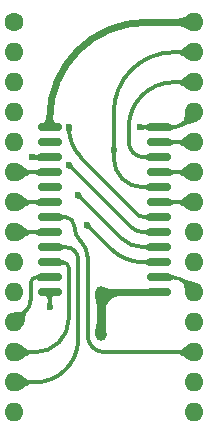
<source format=gbr>
%TF.GenerationSoftware,KiCad,Pcbnew,8.0.8*%
%TF.CreationDate,2025-03-10T01:42:14+01:00*%
%TF.ProjectId,C64-PLA,4336342d-504c-4412-9e6b-696361645f70,rev?*%
%TF.SameCoordinates,Original*%
%TF.FileFunction,Copper,L2,Bot*%
%TF.FilePolarity,Positive*%
%FSLAX46Y46*%
G04 Gerber Fmt 4.6, Leading zero omitted, Abs format (unit mm)*
G04 Created by KiCad (PCBNEW 8.0.8) date 2025-03-10 01:42:14*
%MOMM*%
%LPD*%
G01*
G04 APERTURE LIST*
G04 Aperture macros list*
%AMRoundRect*
0 Rectangle with rounded corners*
0 $1 Rounding radius*
0 $2 $3 $4 $5 $6 $7 $8 $9 X,Y pos of 4 corners*
0 Add a 4 corners polygon primitive as box body*
4,1,4,$2,$3,$4,$5,$6,$7,$8,$9,$2,$3,0*
0 Add four circle primitives for the rounded corners*
1,1,$1+$1,$2,$3*
1,1,$1+$1,$4,$5*
1,1,$1+$1,$6,$7*
1,1,$1+$1,$8,$9*
0 Add four rect primitives between the rounded corners*
20,1,$1+$1,$2,$3,$4,$5,0*
20,1,$1+$1,$4,$5,$6,$7,0*
20,1,$1+$1,$6,$7,$8,$9,0*
20,1,$1+$1,$8,$9,$2,$3,0*%
G04 Aperture macros list end*
%TA.AperFunction,ComponentPad*%
%ADD10C,1.600000*%
%TD*%
%TA.AperFunction,ComponentPad*%
%ADD11O,1.600000X1.600000*%
%TD*%
%TA.AperFunction,SMDPad,CuDef*%
%ADD12RoundRect,0.150000X0.875000X0.150000X-0.875000X0.150000X-0.875000X-0.150000X0.875000X-0.150000X0*%
%TD*%
%TA.AperFunction,ViaPad*%
%ADD13C,0.600000*%
%TD*%
%TA.AperFunction,ViaPad*%
%ADD14C,1.000000*%
%TD*%
%TA.AperFunction,Conductor*%
%ADD15C,0.300000*%
%TD*%
%TA.AperFunction,Conductor*%
%ADD16C,0.600000*%
%TD*%
%TA.AperFunction,Conductor*%
%ADD17C,0.800000*%
%TD*%
G04 APERTURE END LIST*
D10*
%TO.P,U3,1,FE/NC*%
%TO.N,/FE*%
X99055000Y-46672500D03*
D11*
%TO.P,U3,2,I7/A13*%
%TO.N,/A13*%
X99055000Y-49212500D03*
%TO.P,U3,3,I6/A14*%
%TO.N,/A14*%
X99055000Y-51752500D03*
%TO.P,U3,4,I5/A15*%
%TO.N,/A15*%
X99055000Y-54292500D03*
%TO.P,U3,5,I4/~{VA14}*%
%TO.N,/~{VA14}*%
X99055000Y-56832500D03*
%TO.P,U3,6,I3/~{CHAREN}*%
%TO.N,/~{CHAREN}*%
X99055000Y-59372500D03*
%TO.P,U3,7,I2/~{IRAM}*%
%TO.N,/~{IRAM}*%
X99055000Y-61912500D03*
%TO.P,U3,8,I1/~{LORAM}*%
%TO.N,/~{LORAM}*%
X99055000Y-64452500D03*
%TO.P,U3,9,I0/~{CAS}*%
%TO.N,/~{CAS}*%
X99055000Y-66992500D03*
%TO.P,U3,10,F7/~{ROMH}*%
%TO.N,/~{ROMH}*%
X99055000Y-69532500D03*
%TO.P,U3,11,F6/~{ROML}*%
%TO.N,/~{ROML}*%
X99055000Y-72072500D03*
%TO.P,U3,12,F5/~{I/O}*%
%TO.N,/~{I{slash}O}*%
X99055000Y-74612500D03*
%TO.P,U3,13,F4/GR/~{W}*%
%TO.N,/GR{slash}~{W}*%
X99055000Y-77152500D03*
%TO.P,U3,14,VSS*%
%TO.N,GND*%
X99055000Y-79692500D03*
%TO.P,U3,15,F3/~{CHAROM}*%
%TO.N,/~{CHAROM}*%
X114295000Y-79692500D03*
%TO.P,U3,16,F2/~{KERNAL}*%
%TO.N,/~{KERNAL}*%
X114295000Y-77152500D03*
%TO.P,U3,17,F1/~{BASIC}*%
%TO.N,/~{BASIC}*%
X114295000Y-74612500D03*
%TO.P,U3,18,F0/~{CASRAM}*%
%TO.N,/~{CASRAM}*%
X114295000Y-72072500D03*
%TO.P,U3,19,~{OE}*%
%TO.N,/~{OE}*%
X114295000Y-69532500D03*
%TO.P,U3,20,I15/VA12*%
%TO.N,/VA12*%
X114295000Y-66992500D03*
%TO.P,U3,21,I14/VA13*%
%TO.N,/VA13*%
X114295000Y-64452500D03*
%TO.P,U3,22,I13/~{GAME}*%
%TO.N,/~{GAME}*%
X114295000Y-61912500D03*
%TO.P,U3,23,I12/~{EXROM}*%
%TO.N,/~{EXROM}*%
X114295000Y-59372500D03*
%TO.P,U3,24,I11/R/~{W}*%
%TO.N,/R{slash}~{W}*%
X114295000Y-56832500D03*
%TO.P,U3,25,I10/~{AEC}*%
%TO.N,/~{AEC}*%
X114295000Y-54292500D03*
%TO.P,U3,26,I9/BA*%
%TO.N,/BA*%
X114295000Y-51752500D03*
%TO.P,U3,27,I8/A12*%
%TO.N,/A12*%
X114295000Y-49212500D03*
%TO.P,U3,28,VCC*%
%TO.N,VCC*%
X114295000Y-46672500D03*
%TD*%
D12*
%TO.P,U2,1,I0/CLK*%
%TO.N,/~{AEC}*%
X111330000Y-55562500D03*
%TO.P,U2,2,I1*%
%TO.N,/R{slash}~{W}*%
X111330000Y-56832500D03*
%TO.P,U2,3,I2*%
%TO.N,/BA*%
X111330000Y-58102500D03*
%TO.P,U2,4,I3/PD*%
%TO.N,/~{EXROM}*%
X111330000Y-59372500D03*
%TO.P,U2,5,I4*%
%TO.N,/A12*%
X111330000Y-60642500D03*
%TO.P,U2,6,I5*%
%TO.N,/~{GAME}*%
X111330000Y-61912500D03*
%TO.P,U2,7,I6*%
%TO.N,/A15*%
X111330000Y-63182500D03*
%TO.P,U2,8,I7*%
%TO.N,/A14*%
X111330000Y-64452500D03*
%TO.P,U2,9,I8*%
%TO.N,/A13*%
X111330000Y-65722500D03*
%TO.P,U2,10,I9*%
%TO.N,/FE*%
X111330000Y-66992500D03*
%TO.P,U2,11,I10*%
%TO.N,/~{OE}*%
X111330000Y-68262500D03*
%TO.P,U2,12,GND*%
%TO.N,GND*%
X111330000Y-69532500D03*
%TO.P,U2,13,I11*%
%TO.N,/~{CAS}*%
X102030000Y-69532500D03*
%TO.P,U2,14,I/O12*%
%TO.N,/~{ROML}*%
X102030000Y-68262500D03*
%TO.P,U2,15,I/O13*%
%TO.N,/~{I{slash}O}*%
X102030000Y-66992500D03*
%TO.P,U2,16,I/O14*%
%TO.N,/GR{slash}~{W}*%
X102030000Y-65722500D03*
%TO.P,U2,17,I/O15*%
%TO.N,/~{LORAM}*%
X102030000Y-64452500D03*
%TO.P,U2,18,I/O16*%
%TO.N,/~{BASIC}*%
X102030000Y-63182500D03*
%TO.P,U2,19,I/O17*%
%TO.N,/~{IRAM}*%
X102030000Y-61912500D03*
%TO.P,U2,20,I/O18*%
%TO.N,/TIO1*%
X102030000Y-60642500D03*
%TO.P,U2,21,I/O19*%
%TO.N,/~{CHAREN}*%
X102030000Y-59372500D03*
%TO.P,U2,22,I/O20*%
%TO.N,/TCR*%
X102030000Y-58102500D03*
%TO.P,U2,23,I/O21*%
%TO.N,/TIO2*%
X102030000Y-56832500D03*
%TO.P,U2,24,VCC*%
%TO.N,VCC*%
X102030000Y-55562500D03*
%TD*%
D13*
%TO.N,/~{CAS}*%
X102030000Y-70802500D03*
%TO.N,/FE*%
X105181750Y-63817500D03*
%TO.N,/~{AEC}*%
X109690250Y-55562500D03*
%TO.N,/A15*%
X103657750Y-55562500D03*
%TO.N,/A12*%
X107467750Y-57467500D03*
D14*
%TO.N,GND*%
X106356500Y-73183750D03*
X106356500Y-69532500D03*
D13*
%TO.N,/A14*%
X103657750Y-58737500D03*
%TO.N,/A13*%
X104419750Y-61277500D03*
%TO.N,/TCR*%
X100578000Y-58102500D03*
%TD*%
D15*
%TO.N,/GR{slash}~{W}*%
X100800500Y-77152500D02*
X99055000Y-77152500D01*
X102030000Y-65722500D02*
X103419264Y-65722500D01*
X104451500Y-66754736D02*
X104451500Y-73501500D01*
X104451500Y-73501500D02*
G75*
G02*
X100800500Y-77152500I-3651000J0D01*
G01*
X103419264Y-65722500D02*
G75*
G02*
X104451500Y-66754736I36J-1032200D01*
G01*
%TO.N,/~{CAS}*%
X102030000Y-69532500D02*
X102030000Y-70802500D01*
%TO.N,/FE*%
X111330000Y-66992500D02*
X109977927Y-66992500D01*
X107210405Y-65846155D02*
X105181750Y-63817500D01*
X107210405Y-65846155D02*
G75*
G03*
X109977927Y-66992471I2767495J2767555D01*
G01*
%TO.N,/R{slash}~{W}*%
X111330000Y-56832500D02*
X114295000Y-56832500D01*
%TO.N,/~{AEC}*%
X109690250Y-55562500D02*
X111330000Y-55562500D01*
X113396975Y-55190525D02*
X114295000Y-54292500D01*
X111330000Y-55562500D02*
X112498949Y-55562500D01*
X113396975Y-55190525D02*
G75*
G02*
X112498949Y-55562534I-898075J898025D01*
G01*
%TO.N,/A15*%
X109623178Y-63036053D02*
X104724107Y-58136982D01*
X111330000Y-63182500D02*
X109976732Y-63182500D01*
X104724107Y-58136982D02*
G75*
G02*
X103657766Y-55562500I2574393J2574382D01*
G01*
X109976732Y-63182500D02*
G75*
G02*
X109623162Y-63036069I-32J500000D01*
G01*
%TO.N,/A12*%
X112547750Y-49212500D02*
X114295000Y-49212500D01*
X107467750Y-57467500D02*
X107467750Y-58203539D01*
X109906711Y-60642500D02*
X111330000Y-60642500D01*
X107467750Y-57467500D02*
X107467750Y-54292500D01*
X108182077Y-59928077D02*
X108182174Y-59928174D01*
X107467750Y-54292500D02*
G75*
G02*
X112547750Y-49212450I5080050J0D01*
G01*
X107467750Y-58203539D02*
G75*
G03*
X108182100Y-59928054I2438850J39D01*
G01*
X108182174Y-59928174D02*
G75*
G03*
X109906711Y-60642482I1724526J1724574D01*
G01*
D16*
%TO.N,GND*%
X106356500Y-69532500D02*
X111330000Y-69532500D01*
D17*
X106356500Y-73183750D02*
X106356500Y-69532500D01*
D16*
X106456250Y-71120000D02*
G75*
G02*
X108043750Y-69532550I1587450J0D01*
G01*
D15*
%TO.N,/~{OE}*%
X111330000Y-68262500D02*
X112498949Y-68262500D01*
X113396975Y-68634475D02*
X114295000Y-69532500D01*
X113396975Y-68634475D02*
G75*
G03*
X112498949Y-68262466I-898075J-898025D01*
G01*
%TO.N,/BA*%
X108737750Y-56833412D02*
X108737750Y-55562500D01*
X111330000Y-58102500D02*
X110006838Y-58102500D01*
X112547750Y-51752500D02*
X114295000Y-51752500D01*
X112547750Y-51752500D02*
G75*
G03*
X108737700Y-55562500I-50J-3810000D01*
G01*
X110006838Y-58102500D02*
G75*
G02*
X108737700Y-56833412I-38J1269100D01*
G01*
%TO.N,/A14*%
X109990950Y-64452500D02*
X111330000Y-64452500D01*
X103657750Y-58737500D02*
X103657750Y-58742405D01*
X103657750Y-58742405D02*
X108927243Y-64011898D01*
X109990950Y-64452500D02*
G75*
G02*
X108927270Y-64011871I50J1504300D01*
G01*
%TO.N,/~{IRAM}*%
X102030000Y-61912500D02*
X99055000Y-61912500D01*
%TO.N,/A13*%
X110009216Y-65722500D02*
X111330000Y-65722500D01*
X104419750Y-61277500D02*
X108055490Y-64913240D01*
X108055490Y-64913240D02*
G75*
G03*
X110009216Y-65722484I1953710J1953740D01*
G01*
%TO.N,/~{CHAREN}*%
X102030000Y-59372500D02*
X99055000Y-59372500D01*
%TO.N,/~{BASIC}*%
X103380913Y-63182500D02*
X102030000Y-63182500D01*
X104689690Y-65246315D02*
X104667906Y-65224531D01*
X114295000Y-74612500D02*
X106673250Y-74612500D01*
X105245250Y-73184500D02*
X105245250Y-66587556D01*
X104134000Y-63935587D02*
G75*
G03*
X103380913Y-63182500I-753100J-13D01*
G01*
X104134000Y-63935587D02*
G75*
G03*
X104667884Y-65224553I1822900J-13D01*
G01*
X105245250Y-66587556D02*
G75*
G03*
X104689657Y-65246348I-1896750J-44D01*
G01*
X106673250Y-74612500D02*
G75*
G02*
X105245300Y-73184500I50J1428000D01*
G01*
%TO.N,/~{ROML}*%
X100425600Y-68762500D02*
X100425600Y-70175849D01*
X102030000Y-68262500D02*
X100925600Y-68262500D01*
X100053625Y-71073875D02*
X99055000Y-72072500D01*
X100925600Y-68262500D02*
G75*
G03*
X100425600Y-68762500I0J-500000D01*
G01*
X100053625Y-71073875D02*
G75*
G03*
X100425634Y-70175849I-898025J898075D01*
G01*
%TO.N,/~{EXROM}*%
X111330000Y-59372500D02*
X114295000Y-59372500D01*
%TO.N,/~{LORAM}*%
X99055000Y-64452500D02*
X102030000Y-64452500D01*
%TO.N,/~{I{slash}O}*%
X102030000Y-66992500D02*
X103157750Y-66992500D01*
X100800750Y-74612500D02*
X99055000Y-74612500D01*
X103657750Y-67492500D02*
X103657750Y-71755500D01*
X100800750Y-74612500D02*
G75*
G03*
X103657700Y-71755500I-50J2857000D01*
G01*
X103657750Y-67492500D02*
G75*
G03*
X103157750Y-66992450I-500050J0D01*
G01*
%TO.N,/~{GAME}*%
X111330000Y-61912500D02*
X114295000Y-61912500D01*
%TO.N,/TCR*%
X102030000Y-58102500D02*
X100578000Y-58102500D01*
D16*
%TO.N,VCC*%
X110220399Y-46672500D02*
X114295000Y-46672500D01*
X102030000Y-55562500D02*
X102030000Y-55562500D01*
X102030000Y-54862899D02*
G75*
G03*
X102729600Y-55562500I699600J-1D01*
G01*
X102030000Y-54862899D02*
G75*
G02*
X101330400Y-55562500I-699600J-1D01*
G01*
X102030000Y-54862899D02*
G75*
G02*
X110220399Y-46672500I8190400J-1D01*
G01*
%TD*%
%TA.AperFunction,Conductor*%
%TO.N,/TCR*%
G36*
X101102640Y-57815477D02*
G01*
X101308480Y-57879117D01*
X101994845Y-58091322D01*
X102001737Y-58097040D01*
X102002567Y-58105956D01*
X101996849Y-58112848D01*
X101994845Y-58113678D01*
X101102643Y-58389521D01*
X101093727Y-58388691D01*
X101093087Y-58388327D01*
X101058327Y-58367092D01*
X101019081Y-58345367D01*
X101019065Y-58345358D01*
X100979854Y-58325899D01*
X100979798Y-58325873D01*
X100940556Y-58308648D01*
X100901295Y-58293665D01*
X100862047Y-58280934D01*
X100822797Y-58270453D01*
X100822774Y-58270448D01*
X100783506Y-58262213D01*
X100744261Y-58256233D01*
X100744236Y-58256230D01*
X100715592Y-58253506D01*
X100707681Y-58249312D01*
X100705000Y-58241859D01*
X100705000Y-57963139D01*
X100708427Y-57954866D01*
X100715591Y-57951492D01*
X100728594Y-57950255D01*
X100744223Y-57948770D01*
X100744240Y-57948767D01*
X100744259Y-57948766D01*
X100783519Y-57942783D01*
X100822779Y-57934550D01*
X100862038Y-57924067D01*
X100901298Y-57911334D01*
X100940558Y-57896350D01*
X100979817Y-57879117D01*
X100979842Y-57879104D01*
X100979854Y-57879099D01*
X101019065Y-57859640D01*
X101019065Y-57859639D01*
X101019077Y-57859634D01*
X101058337Y-57837901D01*
X101093089Y-57816671D01*
X101101934Y-57815283D01*
X101102640Y-57815477D01*
G37*
%TD.AperFunction*%
%TD*%
%TA.AperFunction,Conductor*%
%TO.N,/FE*%
G36*
X105456971Y-63707196D02*
G01*
X105463283Y-63713548D01*
X105463313Y-63713622D01*
X105484487Y-63766215D01*
X105484553Y-63766381D01*
X105505072Y-63819675D01*
X105505078Y-63819691D01*
X105522415Y-63864911D01*
X105538407Y-63904115D01*
X105538425Y-63904157D01*
X105554981Y-63939575D01*
X105554984Y-63939580D01*
X105573992Y-63973394D01*
X105573995Y-63973399D01*
X105573996Y-63973400D01*
X105597329Y-64007755D01*
X105626866Y-64044811D01*
X105664489Y-64086736D01*
X105704040Y-64127426D01*
X105707349Y-64135747D01*
X105703923Y-64143854D01*
X105508104Y-64339673D01*
X105499831Y-64343100D01*
X105491676Y-64339790D01*
X105491556Y-64339673D01*
X105450986Y-64300239D01*
X105409061Y-64262616D01*
X105409057Y-64262613D01*
X105409054Y-64262610D01*
X105396414Y-64252535D01*
X105372005Y-64233079D01*
X105337650Y-64209746D01*
X105337649Y-64209745D01*
X105337644Y-64209742D01*
X105303830Y-64190734D01*
X105303825Y-64190731D01*
X105268407Y-64174175D01*
X105268365Y-64174157D01*
X105229161Y-64158165D01*
X105229152Y-64158161D01*
X105229136Y-64158155D01*
X105183925Y-64140822D01*
X105130631Y-64120303D01*
X105130465Y-64120237D01*
X105077872Y-64099063D01*
X105071478Y-64092795D01*
X105071389Y-64083840D01*
X105179186Y-63821314D01*
X105185496Y-63814964D01*
X105448018Y-63707169D01*
X105456971Y-63707196D01*
G37*
%TD.AperFunction*%
%TD*%
%TA.AperFunction,Conductor*%
%TO.N,/~{OE}*%
G36*
X113242093Y-68319120D02*
G01*
X113409080Y-68400074D01*
X113558043Y-68463782D01*
X113685926Y-68510417D01*
X113799994Y-68545152D01*
X113907513Y-68573161D01*
X114015674Y-68599599D01*
X114015771Y-68599623D01*
X114131799Y-68629652D01*
X114132115Y-68629739D01*
X114263205Y-68668503D01*
X114263671Y-68668652D01*
X114417156Y-68721327D01*
X114417610Y-68721493D01*
X114540156Y-68769502D01*
X114590054Y-68789050D01*
X114596507Y-68795259D01*
X114596680Y-68804212D01*
X114596601Y-68804408D01*
X114297744Y-69528460D01*
X114291420Y-69534800D01*
X114291396Y-69534810D01*
X113567497Y-69833854D01*
X113558542Y-69833845D01*
X113552216Y-69827507D01*
X113551937Y-69826759D01*
X113497113Y-69662126D01*
X113496711Y-69660565D01*
X113467026Y-69500217D01*
X113466861Y-69498931D01*
X113456245Y-69352130D01*
X113456216Y-69351430D01*
X113454970Y-69216453D01*
X113453336Y-69092078D01*
X113441493Y-68977138D01*
X113409619Y-68870118D01*
X113347889Y-68769502D01*
X113296944Y-68721410D01*
X113246483Y-68673775D01*
X113125322Y-68599623D01*
X113104799Y-68587062D01*
X113099533Y-68579822D01*
X113100483Y-68571772D01*
X113114046Y-68545155D01*
X113226567Y-68324335D01*
X113233376Y-68318522D01*
X113242093Y-68319120D01*
G37*
%TD.AperFunction*%
%TD*%
%TA.AperFunction,Conductor*%
%TO.N,/~{AEC}*%
G36*
X110402640Y-55275477D02*
G01*
X110608480Y-55339117D01*
X111294845Y-55551322D01*
X111301737Y-55557040D01*
X111302567Y-55565956D01*
X111296849Y-55572848D01*
X111294845Y-55573678D01*
X110402643Y-55849521D01*
X110393727Y-55848691D01*
X110393087Y-55848327D01*
X110358327Y-55827092D01*
X110319081Y-55805367D01*
X110319065Y-55805358D01*
X110279854Y-55785899D01*
X110279798Y-55785873D01*
X110240556Y-55768648D01*
X110201295Y-55753665D01*
X110162047Y-55740934D01*
X110122797Y-55730453D01*
X110122774Y-55730448D01*
X110083506Y-55722213D01*
X110044261Y-55716233D01*
X110044236Y-55716230D01*
X110015592Y-55713506D01*
X110007681Y-55709312D01*
X110005000Y-55701859D01*
X110005000Y-55423139D01*
X110008427Y-55414866D01*
X110015591Y-55411492D01*
X110028594Y-55410255D01*
X110044223Y-55408770D01*
X110044240Y-55408767D01*
X110044259Y-55408766D01*
X110083519Y-55402783D01*
X110122779Y-55394550D01*
X110162038Y-55384067D01*
X110201298Y-55371334D01*
X110240558Y-55356350D01*
X110279817Y-55339117D01*
X110279842Y-55339104D01*
X110279854Y-55339099D01*
X110319065Y-55319640D01*
X110319065Y-55319639D01*
X110319077Y-55319634D01*
X110358337Y-55297901D01*
X110393089Y-55276671D01*
X110401934Y-55275283D01*
X110402640Y-55275477D01*
G37*
%TD.AperFunction*%
%TD*%
%TA.AperFunction,Conductor*%
%TO.N,/R{slash}~{W}*%
G36*
X112266272Y-56546308D02*
G01*
X112266899Y-56546665D01*
X112301662Y-56567901D01*
X112301670Y-56567905D01*
X112301671Y-56567906D01*
X112340917Y-56589631D01*
X112340933Y-56589640D01*
X112380144Y-56609099D01*
X112380170Y-56609111D01*
X112380182Y-56609117D01*
X112419441Y-56626350D01*
X112458701Y-56641334D01*
X112487856Y-56650789D01*
X112497951Y-56654064D01*
X112497955Y-56654065D01*
X112497961Y-56654067D01*
X112537220Y-56664550D01*
X112576480Y-56672783D01*
X112576489Y-56672784D01*
X112576492Y-56672785D01*
X112615720Y-56678763D01*
X112615740Y-56678766D01*
X112615754Y-56678767D01*
X112615775Y-56678770D01*
X112632116Y-56680323D01*
X112644408Y-56681492D01*
X112652319Y-56685686D01*
X112655000Y-56693139D01*
X112655000Y-56971860D01*
X112651573Y-56980133D01*
X112644407Y-56983507D01*
X112615764Y-56986229D01*
X112615737Y-56986233D01*
X112576492Y-56992213D01*
X112537224Y-57000448D01*
X112537201Y-57000453D01*
X112497951Y-57010934D01*
X112458703Y-57023665D01*
X112419442Y-57038648D01*
X112380200Y-57055873D01*
X112380144Y-57055899D01*
X112340933Y-57075358D01*
X112340917Y-57075367D01*
X112301660Y-57097098D01*
X112266910Y-57118327D01*
X112258064Y-57119716D01*
X112257355Y-57119521D01*
X111720125Y-56953425D01*
X111365153Y-56843677D01*
X111358262Y-56837960D01*
X111357432Y-56829044D01*
X111363150Y-56822152D01*
X111365152Y-56821322D01*
X112257356Y-56545478D01*
X112266272Y-56546308D01*
G37*
%TD.AperFunction*%
%TD*%
%TA.AperFunction,Conductor*%
%TO.N,/R{slash}~{W}*%
G36*
X113993336Y-56104215D02*
G01*
X113993542Y-56104681D01*
X114294134Y-56828010D01*
X114294144Y-56836963D01*
X114294135Y-56836985D01*
X114294134Y-56836990D01*
X113993542Y-57560318D01*
X113987203Y-57566643D01*
X113978248Y-57566632D01*
X113977782Y-57566426D01*
X113812726Y-57489237D01*
X113811776Y-57488739D01*
X113670753Y-57406115D01*
X113669959Y-57405605D01*
X113554357Y-57324566D01*
X113553882Y-57324215D01*
X113454437Y-57246729D01*
X113362218Y-57175044D01*
X113317250Y-57144604D01*
X113268378Y-57111522D01*
X113268375Y-57111520D01*
X113268373Y-57111519D01*
X113163824Y-57058333D01*
X113039473Y-57017652D01*
X113039465Y-57017650D01*
X112886229Y-56991650D01*
X112706141Y-56983033D01*
X112698041Y-56979214D01*
X112695000Y-56971346D01*
X112695000Y-56693653D01*
X112698427Y-56685380D01*
X112706138Y-56681966D01*
X112886227Y-56673349D01*
X113039472Y-56647347D01*
X113163826Y-56606665D01*
X113268378Y-56553477D01*
X113362216Y-56489955D01*
X113454432Y-56418273D01*
X113553906Y-56340763D01*
X113554331Y-56340449D01*
X113669972Y-56259383D01*
X113670746Y-56258886D01*
X113811784Y-56176255D01*
X113812710Y-56175769D01*
X113977782Y-56098572D01*
X113986728Y-56098172D01*
X113993336Y-56104215D01*
G37*
%TD.AperFunction*%
%TD*%
%TA.AperFunction,Conductor*%
%TO.N,/A12*%
G36*
X107614488Y-56870927D02*
G01*
X107617914Y-56879034D01*
X107618718Y-56935773D01*
X107621760Y-56992011D01*
X107621760Y-56992015D01*
X107627078Y-57039110D01*
X107634870Y-57079898D01*
X107645341Y-57117257D01*
X107658697Y-57154055D01*
X107675109Y-57193083D01*
X107694834Y-57237337D01*
X107694831Y-57237338D01*
X107694840Y-57237351D01*
X107717992Y-57289490D01*
X107718063Y-57289653D01*
X107740297Y-57341855D01*
X107740386Y-57350810D01*
X107734118Y-57357204D01*
X107734044Y-57357236D01*
X107472261Y-57466615D01*
X107463306Y-57466642D01*
X107463239Y-57466615D01*
X107201455Y-57357236D01*
X107195143Y-57350884D01*
X107195169Y-57341931D01*
X107217468Y-57289577D01*
X107240664Y-57237337D01*
X107240666Y-57237337D01*
X107240668Y-57237327D01*
X107260377Y-57193112D01*
X107276808Y-57154039D01*
X107290157Y-57117256D01*
X107300628Y-57079900D01*
X107308421Y-57039109D01*
X107313738Y-56992020D01*
X107316780Y-56935771D01*
X107317586Y-56879033D01*
X107321130Y-56870810D01*
X107329285Y-56867500D01*
X107606215Y-56867500D01*
X107614488Y-56870927D01*
G37*
%TD.AperFunction*%
%TD*%
%TA.AperFunction,Conductor*%
%TO.N,/~{IRAM}*%
G36*
X99371751Y-61178367D02*
G01*
X99372217Y-61178573D01*
X99537279Y-61255765D01*
X99538222Y-61256260D01*
X99679237Y-61338877D01*
X99680039Y-61339392D01*
X99795640Y-61420431D01*
X99796109Y-61420778D01*
X99895567Y-61498273D01*
X99987782Y-61569955D01*
X100081621Y-61633477D01*
X100186172Y-61686665D01*
X100310526Y-61727347D01*
X100463772Y-61753349D01*
X100643861Y-61761966D01*
X100651959Y-61765785D01*
X100655000Y-61773653D01*
X100655000Y-62051346D01*
X100651573Y-62059619D01*
X100643859Y-62063033D01*
X100463769Y-62071650D01*
X100310532Y-62097650D01*
X100310524Y-62097652D01*
X100186173Y-62138333D01*
X100081625Y-62191519D01*
X99987779Y-62255044D01*
X99895562Y-62326729D01*
X99796115Y-62404215D01*
X99795640Y-62404566D01*
X99680039Y-62485605D01*
X99679238Y-62486120D01*
X99538231Y-62568734D01*
X99537272Y-62569237D01*
X99372217Y-62646426D01*
X99363272Y-62646827D01*
X99356663Y-62640784D01*
X99356457Y-62640318D01*
X99258340Y-62404215D01*
X99055864Y-61916987D01*
X99055854Y-61908038D01*
X99356457Y-61184680D01*
X99362796Y-61178356D01*
X99371751Y-61178367D01*
G37*
%TD.AperFunction*%
%TD*%
%TA.AperFunction,Conductor*%
%TO.N,/TCR*%
G36*
X100703567Y-57829919D02*
G01*
X100755922Y-57852218D01*
X100808162Y-57875414D01*
X100808160Y-57875416D01*
X100808172Y-57875418D01*
X100852387Y-57895127D01*
X100891460Y-57911558D01*
X100928243Y-57924907D01*
X100965599Y-57935378D01*
X101006390Y-57943171D01*
X101053479Y-57948488D01*
X101090978Y-57950516D01*
X101109725Y-57951530D01*
X101124035Y-57951733D01*
X101166466Y-57952336D01*
X101174690Y-57955880D01*
X101178000Y-57964035D01*
X101178000Y-58240964D01*
X101174573Y-58249237D01*
X101166466Y-58252663D01*
X101109725Y-58253468D01*
X101053487Y-58256510D01*
X101053483Y-58256510D01*
X101006388Y-58261828D01*
X100965600Y-58269620D01*
X100928241Y-58280091D01*
X100891443Y-58293447D01*
X100852415Y-58309859D01*
X100808162Y-58329584D01*
X100808147Y-58329590D01*
X100756008Y-58352742D01*
X100755845Y-58352813D01*
X100703644Y-58375047D01*
X100694689Y-58375136D01*
X100688295Y-58368868D01*
X100688263Y-58368794D01*
X100681586Y-58352813D01*
X100578883Y-58107009D01*
X100578857Y-58098056D01*
X100578862Y-58098042D01*
X100688264Y-57836203D01*
X100694615Y-57829893D01*
X100703567Y-57829919D01*
G37*
%TD.AperFunction*%
%TD*%
%TA.AperFunction,Conductor*%
%TO.N,/~{GAME}*%
G36*
X113993336Y-61184215D02*
G01*
X113993542Y-61184681D01*
X114294134Y-61908010D01*
X114294144Y-61916963D01*
X114294135Y-61916985D01*
X114294134Y-61916990D01*
X113993542Y-62640318D01*
X113987203Y-62646643D01*
X113978248Y-62646632D01*
X113977782Y-62646426D01*
X113812726Y-62569237D01*
X113811776Y-62568739D01*
X113670753Y-62486115D01*
X113669959Y-62485605D01*
X113554357Y-62404566D01*
X113553882Y-62404215D01*
X113454437Y-62326729D01*
X113362218Y-62255044D01*
X113317250Y-62224604D01*
X113268378Y-62191522D01*
X113268375Y-62191520D01*
X113268373Y-62191519D01*
X113163824Y-62138333D01*
X113039473Y-62097652D01*
X113039465Y-62097650D01*
X112886229Y-62071650D01*
X112706141Y-62063033D01*
X112698041Y-62059214D01*
X112695000Y-62051346D01*
X112695000Y-61773653D01*
X112698427Y-61765380D01*
X112706138Y-61761966D01*
X112886227Y-61753349D01*
X113039472Y-61727347D01*
X113163826Y-61686665D01*
X113268378Y-61633477D01*
X113362216Y-61569955D01*
X113454432Y-61498273D01*
X113553906Y-61420763D01*
X113554331Y-61420449D01*
X113669972Y-61339383D01*
X113670746Y-61338886D01*
X113811784Y-61256255D01*
X113812710Y-61255769D01*
X113977782Y-61178572D01*
X113986728Y-61178172D01*
X113993336Y-61184215D01*
G37*
%TD.AperFunction*%
%TD*%
%TA.AperFunction,Conductor*%
%TO.N,VCC*%
G36*
X113993340Y-45944204D02*
G01*
X113993447Y-45944453D01*
X114294134Y-46668010D01*
X114294144Y-46676963D01*
X114294135Y-46676985D01*
X114294134Y-46676990D01*
X113993447Y-47400546D01*
X113987108Y-47406871D01*
X113978153Y-47406860D01*
X113977904Y-47406753D01*
X113817964Y-47335897D01*
X113817462Y-47335661D01*
X113677683Y-47265632D01*
X113677317Y-47265440D01*
X113560189Y-47201481D01*
X113560088Y-47201425D01*
X113457505Y-47144098D01*
X113361437Y-47094018D01*
X113361428Y-47094013D01*
X113263799Y-47051774D01*
X113263788Y-47051770D01*
X113156465Y-47017936D01*
X113156458Y-47017934D01*
X113031305Y-46993068D01*
X113031294Y-46993066D01*
X112880201Y-46977736D01*
X112706369Y-46972821D01*
X112698196Y-46969162D01*
X112695000Y-46961126D01*
X112695000Y-46383873D01*
X112698427Y-46375600D01*
X112706367Y-46372178D01*
X112880195Y-46367263D01*
X113031304Y-46351931D01*
X113156458Y-46327064D01*
X113263788Y-46293228D01*
X113361427Y-46250986D01*
X113457505Y-46200900D01*
X113560155Y-46143535D01*
X113677356Y-46079537D01*
X113677648Y-46079384D01*
X113817485Y-46009324D01*
X113817937Y-46009112D01*
X113977905Y-45938245D01*
X113986856Y-45938028D01*
X113993340Y-45944204D01*
G37*
%TD.AperFunction*%
%TD*%
%TA.AperFunction,Conductor*%
%TO.N,/A14*%
G36*
X110402640Y-64165477D02*
G01*
X110608480Y-64229117D01*
X111294845Y-64441322D01*
X111301737Y-64447040D01*
X111302567Y-64455956D01*
X111296849Y-64462848D01*
X111294845Y-64463678D01*
X110402643Y-64739521D01*
X110393727Y-64738691D01*
X110393087Y-64738327D01*
X110358327Y-64717092D01*
X110319081Y-64695367D01*
X110319065Y-64695358D01*
X110279854Y-64675899D01*
X110279798Y-64675873D01*
X110240556Y-64658648D01*
X110201295Y-64643665D01*
X110162047Y-64630934D01*
X110122797Y-64620453D01*
X110122774Y-64620448D01*
X110083506Y-64612213D01*
X110044261Y-64606233D01*
X110044236Y-64606230D01*
X110015592Y-64603506D01*
X110007681Y-64599312D01*
X110005000Y-64591859D01*
X110005000Y-64313139D01*
X110008427Y-64304866D01*
X110015591Y-64301492D01*
X110028594Y-64300255D01*
X110044223Y-64298770D01*
X110044240Y-64298767D01*
X110044259Y-64298766D01*
X110083519Y-64292783D01*
X110122779Y-64284550D01*
X110162038Y-64274067D01*
X110201298Y-64261334D01*
X110240558Y-64246350D01*
X110279817Y-64229117D01*
X110279842Y-64229104D01*
X110279854Y-64229099D01*
X110319065Y-64209640D01*
X110319065Y-64209639D01*
X110319077Y-64209634D01*
X110358337Y-64187901D01*
X110393089Y-64166671D01*
X110401934Y-64165283D01*
X110402640Y-64165477D01*
G37*
%TD.AperFunction*%
%TD*%
%TA.AperFunction,Conductor*%
%TO.N,/GR{slash}~{W}*%
G36*
X102966272Y-65436308D02*
G01*
X102966899Y-65436665D01*
X103001662Y-65457901D01*
X103001670Y-65457905D01*
X103001671Y-65457906D01*
X103040917Y-65479631D01*
X103040933Y-65479640D01*
X103080144Y-65499099D01*
X103080170Y-65499111D01*
X103080182Y-65499117D01*
X103119441Y-65516350D01*
X103158701Y-65531334D01*
X103187856Y-65540789D01*
X103197951Y-65544064D01*
X103197955Y-65544065D01*
X103197961Y-65544067D01*
X103237220Y-65554550D01*
X103276480Y-65562783D01*
X103276489Y-65562784D01*
X103276492Y-65562785D01*
X103315720Y-65568763D01*
X103315740Y-65568766D01*
X103315754Y-65568767D01*
X103315775Y-65568770D01*
X103332116Y-65570323D01*
X103344408Y-65571492D01*
X103352319Y-65575686D01*
X103355000Y-65583139D01*
X103355000Y-65861860D01*
X103351573Y-65870133D01*
X103344407Y-65873507D01*
X103315764Y-65876229D01*
X103315737Y-65876233D01*
X103276492Y-65882213D01*
X103237224Y-65890448D01*
X103237201Y-65890453D01*
X103197951Y-65900934D01*
X103158703Y-65913665D01*
X103119442Y-65928648D01*
X103080200Y-65945873D01*
X103080144Y-65945899D01*
X103040933Y-65965358D01*
X103040917Y-65965367D01*
X103001660Y-65987098D01*
X102966910Y-66008327D01*
X102958064Y-66009716D01*
X102957355Y-66009521D01*
X102420125Y-65843425D01*
X102065153Y-65733677D01*
X102058262Y-65727960D01*
X102057432Y-65719044D01*
X102063150Y-65712152D01*
X102065152Y-65711322D01*
X102957356Y-65435478D01*
X102966272Y-65436308D01*
G37*
%TD.AperFunction*%
%TD*%
%TA.AperFunction,Conductor*%
%TO.N,/~{LORAM}*%
G36*
X101102640Y-64165477D02*
G01*
X101308480Y-64229117D01*
X101994845Y-64441322D01*
X102001737Y-64447040D01*
X102002567Y-64455956D01*
X101996849Y-64462848D01*
X101994845Y-64463678D01*
X101102643Y-64739521D01*
X101093727Y-64738691D01*
X101093087Y-64738327D01*
X101058327Y-64717092D01*
X101019081Y-64695367D01*
X101019065Y-64695358D01*
X100979854Y-64675899D01*
X100979798Y-64675873D01*
X100940556Y-64658648D01*
X100901295Y-64643665D01*
X100862047Y-64630934D01*
X100822797Y-64620453D01*
X100822774Y-64620448D01*
X100783506Y-64612213D01*
X100744261Y-64606233D01*
X100744236Y-64606230D01*
X100715592Y-64603506D01*
X100707681Y-64599312D01*
X100705000Y-64591859D01*
X100705000Y-64313139D01*
X100708427Y-64304866D01*
X100715591Y-64301492D01*
X100728594Y-64300255D01*
X100744223Y-64298770D01*
X100744240Y-64298767D01*
X100744259Y-64298766D01*
X100783519Y-64292783D01*
X100822779Y-64284550D01*
X100862038Y-64274067D01*
X100901298Y-64261334D01*
X100940558Y-64246350D01*
X100979817Y-64229117D01*
X100979842Y-64229104D01*
X100979854Y-64229099D01*
X101019065Y-64209640D01*
X101019065Y-64209639D01*
X101019077Y-64209634D01*
X101058337Y-64187901D01*
X101093089Y-64166671D01*
X101101934Y-64165283D01*
X101102640Y-64165477D01*
G37*
%TD.AperFunction*%
%TD*%
%TA.AperFunction,Conductor*%
%TO.N,/~{AEC}*%
G36*
X113567487Y-53991141D02*
G01*
X114291396Y-54290189D01*
X114297734Y-54296515D01*
X114297744Y-54296539D01*
X114596601Y-55020591D01*
X114596590Y-55029546D01*
X114590250Y-55035870D01*
X114590054Y-55035949D01*
X114417618Y-55103501D01*
X114417148Y-55103673D01*
X114263679Y-55156342D01*
X114263199Y-55156496D01*
X114132156Y-55195246D01*
X114131769Y-55195353D01*
X114015771Y-55225374D01*
X114015618Y-55225412D01*
X113907523Y-55251834D01*
X113800007Y-55279842D01*
X113799994Y-55279846D01*
X113685926Y-55314581D01*
X113685915Y-55314584D01*
X113685903Y-55314589D01*
X113558050Y-55361213D01*
X113558022Y-55361224D01*
X113409087Y-55424921D01*
X113242095Y-55505878D01*
X113233156Y-55506403D01*
X113226566Y-55500662D01*
X113187973Y-55424925D01*
X113155508Y-55361213D01*
X113100483Y-55253227D01*
X113099781Y-55244300D01*
X113104798Y-55237938D01*
X113246480Y-55151226D01*
X113347889Y-55055497D01*
X113409619Y-54954880D01*
X113441493Y-54847860D01*
X113453336Y-54732921D01*
X113454970Y-54608545D01*
X113456216Y-54473565D01*
X113456245Y-54472868D01*
X113466861Y-54326063D01*
X113467026Y-54324781D01*
X113496713Y-54164424D01*
X113497112Y-54162875D01*
X113551930Y-53998259D01*
X113557795Y-53991496D01*
X113566727Y-53990858D01*
X113567487Y-53991141D01*
G37*
%TD.AperFunction*%
%TD*%
%TA.AperFunction,Conductor*%
%TO.N,/~{LORAM}*%
G36*
X99371751Y-63718367D02*
G01*
X99372217Y-63718573D01*
X99537279Y-63795765D01*
X99538222Y-63796260D01*
X99679237Y-63878877D01*
X99680039Y-63879392D01*
X99795640Y-63960431D01*
X99796109Y-63960778D01*
X99895567Y-64038273D01*
X99987782Y-64109955D01*
X100081621Y-64173477D01*
X100186172Y-64226665D01*
X100310526Y-64267347D01*
X100463772Y-64293349D01*
X100643861Y-64301966D01*
X100651959Y-64305785D01*
X100655000Y-64313653D01*
X100655000Y-64591346D01*
X100651573Y-64599619D01*
X100643859Y-64603033D01*
X100463769Y-64611650D01*
X100310532Y-64637650D01*
X100310524Y-64637652D01*
X100186173Y-64678333D01*
X100081625Y-64731519D01*
X99987779Y-64795044D01*
X99895562Y-64866729D01*
X99796115Y-64944215D01*
X99795640Y-64944566D01*
X99680039Y-65025605D01*
X99679238Y-65026120D01*
X99538231Y-65108734D01*
X99537272Y-65109237D01*
X99372217Y-65186426D01*
X99363272Y-65186827D01*
X99356663Y-65180784D01*
X99356457Y-65180318D01*
X99258340Y-64944215D01*
X99055864Y-64456987D01*
X99055854Y-64448038D01*
X99356457Y-63724680D01*
X99362796Y-63718356D01*
X99371751Y-63718367D01*
G37*
%TD.AperFunction*%
%TD*%
%TA.AperFunction,Conductor*%
%TO.N,/A13*%
G36*
X104694971Y-61167196D02*
G01*
X104701283Y-61173548D01*
X104701313Y-61173622D01*
X104722487Y-61226215D01*
X104722553Y-61226381D01*
X104743072Y-61279675D01*
X104743078Y-61279691D01*
X104760415Y-61324911D01*
X104776407Y-61364115D01*
X104776425Y-61364157D01*
X104792981Y-61399575D01*
X104792984Y-61399580D01*
X104811992Y-61433394D01*
X104811995Y-61433399D01*
X104811996Y-61433400D01*
X104835329Y-61467755D01*
X104864866Y-61504811D01*
X104902489Y-61546736D01*
X104942040Y-61587426D01*
X104945349Y-61595747D01*
X104941923Y-61603854D01*
X104746104Y-61799673D01*
X104737831Y-61803100D01*
X104729676Y-61799790D01*
X104729556Y-61799673D01*
X104688986Y-61760239D01*
X104647061Y-61722616D01*
X104647057Y-61722613D01*
X104647054Y-61722610D01*
X104634414Y-61712535D01*
X104610005Y-61693079D01*
X104575650Y-61669746D01*
X104575649Y-61669745D01*
X104575644Y-61669742D01*
X104541830Y-61650734D01*
X104541825Y-61650731D01*
X104506407Y-61634175D01*
X104506365Y-61634157D01*
X104467161Y-61618165D01*
X104467152Y-61618161D01*
X104467136Y-61618155D01*
X104421925Y-61600822D01*
X104368631Y-61580303D01*
X104368465Y-61580237D01*
X104315872Y-61559063D01*
X104309478Y-61552795D01*
X104309389Y-61543840D01*
X104417186Y-61281314D01*
X104423496Y-61274964D01*
X104686018Y-61167169D01*
X104694971Y-61167196D01*
G37*
%TD.AperFunction*%
%TD*%
%TA.AperFunction,Conductor*%
%TO.N,/~{EXROM}*%
G36*
X113993336Y-58644215D02*
G01*
X113993542Y-58644681D01*
X114294134Y-59368010D01*
X114294144Y-59376963D01*
X114294135Y-59376985D01*
X114294134Y-59376990D01*
X113993542Y-60100318D01*
X113987203Y-60106643D01*
X113978248Y-60106632D01*
X113977782Y-60106426D01*
X113812726Y-60029237D01*
X113811776Y-60028739D01*
X113670753Y-59946115D01*
X113669959Y-59945605D01*
X113554357Y-59864566D01*
X113553882Y-59864215D01*
X113454437Y-59786729D01*
X113362218Y-59715044D01*
X113317250Y-59684604D01*
X113268378Y-59651522D01*
X113268375Y-59651520D01*
X113268373Y-59651519D01*
X113163824Y-59598333D01*
X113039473Y-59557652D01*
X113039465Y-59557650D01*
X112886229Y-59531650D01*
X112706141Y-59523033D01*
X112698041Y-59519214D01*
X112695000Y-59511346D01*
X112695000Y-59233653D01*
X112698427Y-59225380D01*
X112706138Y-59221966D01*
X112886227Y-59213349D01*
X113039472Y-59187347D01*
X113163826Y-59146665D01*
X113268378Y-59093477D01*
X113362216Y-59029955D01*
X113454432Y-58958273D01*
X113553906Y-58880763D01*
X113554331Y-58880449D01*
X113669972Y-58799383D01*
X113670746Y-58798886D01*
X113811784Y-58716255D01*
X113812710Y-58715769D01*
X113977782Y-58638572D01*
X113986728Y-58638172D01*
X113993336Y-58644215D01*
G37*
%TD.AperFunction*%
%TD*%
%TA.AperFunction,Conductor*%
%TO.N,/GR{slash}~{W}*%
G36*
X99371751Y-76418367D02*
G01*
X99372217Y-76418573D01*
X99537279Y-76495765D01*
X99538222Y-76496260D01*
X99679237Y-76578877D01*
X99680039Y-76579392D01*
X99795640Y-76660431D01*
X99796109Y-76660778D01*
X99895567Y-76738273D01*
X99987782Y-76809955D01*
X100081621Y-76873477D01*
X100186172Y-76926665D01*
X100310526Y-76967347D01*
X100463772Y-76993349D01*
X100643861Y-77001966D01*
X100651959Y-77005785D01*
X100655000Y-77013653D01*
X100655000Y-77291346D01*
X100651573Y-77299619D01*
X100643859Y-77303033D01*
X100463769Y-77311650D01*
X100310532Y-77337650D01*
X100310524Y-77337652D01*
X100186173Y-77378333D01*
X100081625Y-77431519D01*
X99987779Y-77495044D01*
X99895562Y-77566729D01*
X99796115Y-77644215D01*
X99795640Y-77644566D01*
X99680039Y-77725605D01*
X99679238Y-77726120D01*
X99538231Y-77808734D01*
X99537272Y-77809237D01*
X99372217Y-77886426D01*
X99363272Y-77886827D01*
X99356663Y-77880784D01*
X99356457Y-77880318D01*
X99258340Y-77644215D01*
X99055864Y-77156987D01*
X99055854Y-77148038D01*
X99356457Y-76424680D01*
X99362796Y-76418356D01*
X99371751Y-76418367D01*
G37*
%TD.AperFunction*%
%TD*%
%TA.AperFunction,Conductor*%
%TO.N,/~{AEC}*%
G36*
X109815817Y-55289919D02*
G01*
X109868172Y-55312218D01*
X109920412Y-55335414D01*
X109920410Y-55335416D01*
X109920422Y-55335418D01*
X109964637Y-55355127D01*
X110003710Y-55371558D01*
X110040493Y-55384907D01*
X110077849Y-55395378D01*
X110118640Y-55403171D01*
X110165729Y-55408488D01*
X110203228Y-55410516D01*
X110221975Y-55411530D01*
X110236285Y-55411733D01*
X110278716Y-55412336D01*
X110286940Y-55415880D01*
X110290250Y-55424035D01*
X110290250Y-55700964D01*
X110286823Y-55709237D01*
X110278716Y-55712663D01*
X110221975Y-55713468D01*
X110165737Y-55716510D01*
X110165733Y-55716510D01*
X110118638Y-55721828D01*
X110077850Y-55729620D01*
X110040491Y-55740091D01*
X110003693Y-55753447D01*
X109964665Y-55769859D01*
X109920412Y-55789584D01*
X109920397Y-55789590D01*
X109868258Y-55812742D01*
X109868095Y-55812813D01*
X109815894Y-55835047D01*
X109806939Y-55835136D01*
X109800545Y-55828868D01*
X109800513Y-55828794D01*
X109793836Y-55812813D01*
X109691133Y-55567009D01*
X109691107Y-55558056D01*
X109691112Y-55558042D01*
X109800514Y-55296203D01*
X109806865Y-55289893D01*
X109815817Y-55289919D01*
G37*
%TD.AperFunction*%
%TD*%
%TA.AperFunction,Conductor*%
%TO.N,/~{CAS}*%
G36*
X102176738Y-70205927D02*
G01*
X102180164Y-70214034D01*
X102180968Y-70270773D01*
X102184010Y-70327011D01*
X102184010Y-70327015D01*
X102189328Y-70374110D01*
X102197120Y-70414898D01*
X102207591Y-70452257D01*
X102220947Y-70489055D01*
X102237359Y-70528083D01*
X102257084Y-70572337D01*
X102257081Y-70572338D01*
X102257090Y-70572351D01*
X102280242Y-70624490D01*
X102280313Y-70624653D01*
X102302547Y-70676855D01*
X102302636Y-70685810D01*
X102296368Y-70692204D01*
X102296294Y-70692236D01*
X102034511Y-70801615D01*
X102025556Y-70801642D01*
X102025489Y-70801615D01*
X101763705Y-70692236D01*
X101757393Y-70685884D01*
X101757419Y-70676931D01*
X101779718Y-70624577D01*
X101802914Y-70572337D01*
X101802916Y-70572337D01*
X101802918Y-70572327D01*
X101822627Y-70528112D01*
X101839058Y-70489039D01*
X101852407Y-70452256D01*
X101862878Y-70414900D01*
X101870671Y-70374109D01*
X101875988Y-70327020D01*
X101879030Y-70270771D01*
X101879836Y-70214033D01*
X101883380Y-70205810D01*
X101891535Y-70202500D01*
X102168465Y-70202500D01*
X102176738Y-70205927D01*
G37*
%TD.AperFunction*%
%TD*%
%TA.AperFunction,Conductor*%
%TO.N,GND*%
G36*
X106844580Y-69532476D02*
G01*
X106852847Y-69535919D01*
X106856257Y-69544199D01*
X106856255Y-69544416D01*
X106853705Y-69668777D01*
X106853680Y-69669328D01*
X106846120Y-69780907D01*
X106846065Y-69781501D01*
X106834930Y-69874875D01*
X106834853Y-69875411D01*
X106821328Y-69956688D01*
X106821269Y-69957014D01*
X106806500Y-70032499D01*
X106791698Y-70108146D01*
X106778099Y-70189875D01*
X106766898Y-70283795D01*
X106759300Y-70395943D01*
X106756735Y-70521040D01*
X106753139Y-70529241D01*
X106745037Y-70532500D01*
X105967963Y-70532500D01*
X105959690Y-70529073D01*
X105956265Y-70521040D01*
X105956225Y-70519130D01*
X105953700Y-70395961D01*
X105946100Y-70283781D01*
X105934900Y-70189871D01*
X105921300Y-70108140D01*
X105906500Y-70032499D01*
X105891723Y-69956978D01*
X105891679Y-69956736D01*
X105878139Y-69875363D01*
X105878073Y-69874908D01*
X105866934Y-69781501D01*
X105866879Y-69780907D01*
X105866853Y-69780537D01*
X105859317Y-69669299D01*
X105859295Y-69668803D01*
X105856744Y-69544415D01*
X105860001Y-69536074D01*
X105868202Y-69532478D01*
X105868396Y-69532476D01*
X106356500Y-69531500D01*
X106844580Y-69532476D01*
G37*
%TD.AperFunction*%
%TD*%
%TA.AperFunction,Conductor*%
%TO.N,/~{I{slash}O}*%
G36*
X99371751Y-73878367D02*
G01*
X99372217Y-73878573D01*
X99537279Y-73955765D01*
X99538222Y-73956260D01*
X99679237Y-74038877D01*
X99680039Y-74039392D01*
X99795640Y-74120431D01*
X99796109Y-74120778D01*
X99895567Y-74198273D01*
X99987782Y-74269955D01*
X100081621Y-74333477D01*
X100186172Y-74386665D01*
X100310526Y-74427347D01*
X100463772Y-74453349D01*
X100643861Y-74461966D01*
X100651959Y-74465785D01*
X100655000Y-74473653D01*
X100655000Y-74751346D01*
X100651573Y-74759619D01*
X100643859Y-74763033D01*
X100463769Y-74771650D01*
X100310532Y-74797650D01*
X100310524Y-74797652D01*
X100186173Y-74838333D01*
X100081625Y-74891519D01*
X99987779Y-74955044D01*
X99895562Y-75026729D01*
X99796115Y-75104215D01*
X99795640Y-75104566D01*
X99680039Y-75185605D01*
X99679238Y-75186120D01*
X99538231Y-75268734D01*
X99537272Y-75269237D01*
X99372217Y-75346426D01*
X99363272Y-75346827D01*
X99356663Y-75340784D01*
X99356457Y-75340318D01*
X99258340Y-75104215D01*
X99055864Y-74616987D01*
X99055854Y-74608038D01*
X99356457Y-73884680D01*
X99362796Y-73878356D01*
X99371751Y-73878367D01*
G37*
%TD.AperFunction*%
%TD*%
%TA.AperFunction,Conductor*%
%TO.N,/~{ROML}*%
G36*
X101081229Y-67989851D02*
G01*
X101993140Y-68251189D01*
X102000149Y-68256762D01*
X102001164Y-68265659D01*
X101995591Y-68272668D01*
X101993379Y-68273612D01*
X101103415Y-68549279D01*
X101094498Y-68548454D01*
X101092783Y-68547348D01*
X101068684Y-68528657D01*
X101068664Y-68528643D01*
X101068655Y-68528636D01*
X101055274Y-68519298D01*
X101039721Y-68508444D01*
X101033322Y-68504476D01*
X101010773Y-68490494D01*
X100981831Y-68474798D01*
X100952890Y-68461352D01*
X100923949Y-68450156D01*
X100923946Y-68450155D01*
X100923941Y-68450153D01*
X100895024Y-68441214D01*
X100895017Y-68441212D01*
X100895007Y-68441209D01*
X100889869Y-68440020D01*
X100866059Y-68434512D01*
X100866051Y-68434511D01*
X100837130Y-68430068D01*
X100837120Y-68430067D01*
X100814344Y-68428339D01*
X100806353Y-68424296D01*
X100805096Y-68422523D01*
X100666442Y-68182366D01*
X100665274Y-68173488D01*
X100670725Y-68166383D01*
X100674412Y-68165018D01*
X100699966Y-68160219D01*
X100741747Y-68150123D01*
X100783528Y-68137776D01*
X100825309Y-68123180D01*
X100867090Y-68106333D01*
X100908871Y-68087237D01*
X100950652Y-68065890D01*
X100992433Y-68042294D01*
X101034214Y-68016447D01*
X101071477Y-67991388D01*
X101080255Y-67989616D01*
X101081229Y-67989851D01*
G37*
%TD.AperFunction*%
%TD*%
%TA.AperFunction,Conductor*%
%TO.N,/~{EXROM}*%
G36*
X112266272Y-59086308D02*
G01*
X112266899Y-59086665D01*
X112301662Y-59107901D01*
X112301670Y-59107905D01*
X112301671Y-59107906D01*
X112340917Y-59129631D01*
X112340933Y-59129640D01*
X112380144Y-59149099D01*
X112380170Y-59149111D01*
X112380182Y-59149117D01*
X112419441Y-59166350D01*
X112458701Y-59181334D01*
X112487856Y-59190789D01*
X112497951Y-59194064D01*
X112497955Y-59194065D01*
X112497961Y-59194067D01*
X112537220Y-59204550D01*
X112576480Y-59212783D01*
X112576489Y-59212784D01*
X112576492Y-59212785D01*
X112615720Y-59218763D01*
X112615740Y-59218766D01*
X112615754Y-59218767D01*
X112615775Y-59218770D01*
X112632116Y-59220323D01*
X112644408Y-59221492D01*
X112652319Y-59225686D01*
X112655000Y-59233139D01*
X112655000Y-59511860D01*
X112651573Y-59520133D01*
X112644407Y-59523507D01*
X112615764Y-59526229D01*
X112615737Y-59526233D01*
X112576492Y-59532213D01*
X112537224Y-59540448D01*
X112537201Y-59540453D01*
X112497951Y-59550934D01*
X112458703Y-59563665D01*
X112419442Y-59578648D01*
X112380200Y-59595873D01*
X112380144Y-59595899D01*
X112340933Y-59615358D01*
X112340917Y-59615367D01*
X112301660Y-59637098D01*
X112266910Y-59658327D01*
X112258064Y-59659716D01*
X112257355Y-59659521D01*
X111720125Y-59493425D01*
X111365153Y-59383677D01*
X111358262Y-59377960D01*
X111357432Y-59369044D01*
X111363150Y-59362152D01*
X111365152Y-59361322D01*
X112257356Y-59085478D01*
X112266272Y-59086308D01*
G37*
%TD.AperFunction*%
%TD*%
%TA.AperFunction,Conductor*%
%TO.N,/~{BASIC}*%
G36*
X102966272Y-62896308D02*
G01*
X102966899Y-62896665D01*
X103001662Y-62917901D01*
X103001670Y-62917905D01*
X103001671Y-62917906D01*
X103040917Y-62939631D01*
X103040933Y-62939640D01*
X103080144Y-62959099D01*
X103080170Y-62959111D01*
X103080182Y-62959117D01*
X103119441Y-62976350D01*
X103158701Y-62991334D01*
X103187856Y-63000789D01*
X103197951Y-63004064D01*
X103197955Y-63004065D01*
X103197961Y-63004067D01*
X103237220Y-63014550D01*
X103276480Y-63022783D01*
X103276489Y-63022784D01*
X103276492Y-63022785D01*
X103315720Y-63028763D01*
X103315740Y-63028766D01*
X103315754Y-63028767D01*
X103315775Y-63028770D01*
X103332116Y-63030323D01*
X103344408Y-63031492D01*
X103352319Y-63035686D01*
X103355000Y-63043139D01*
X103355000Y-63321860D01*
X103351573Y-63330133D01*
X103344407Y-63333507D01*
X103315764Y-63336229D01*
X103315737Y-63336233D01*
X103276492Y-63342213D01*
X103237224Y-63350448D01*
X103237201Y-63350453D01*
X103197951Y-63360934D01*
X103158703Y-63373665D01*
X103119442Y-63388648D01*
X103080200Y-63405873D01*
X103080144Y-63405899D01*
X103040933Y-63425358D01*
X103040917Y-63425367D01*
X103001660Y-63447098D01*
X102966910Y-63468327D01*
X102958064Y-63469716D01*
X102957355Y-63469521D01*
X102420125Y-63303425D01*
X102065153Y-63193677D01*
X102058262Y-63187960D01*
X102057432Y-63179044D01*
X102063150Y-63172152D01*
X102065152Y-63171322D01*
X102957356Y-62895478D01*
X102966272Y-62896308D01*
G37*
%TD.AperFunction*%
%TD*%
%TA.AperFunction,Conductor*%
%TO.N,/~{I{slash}O}*%
G36*
X102987126Y-66720344D02*
G01*
X102987739Y-66720708D01*
X103027483Y-66746024D01*
X103071669Y-66771920D01*
X103115855Y-66795566D01*
X103160041Y-66816961D01*
X103204227Y-66836107D01*
X103248413Y-66853003D01*
X103278539Y-66862988D01*
X103292589Y-66867645D01*
X103292595Y-66867646D01*
X103292599Y-66867648D01*
X103310688Y-66872722D01*
X103336784Y-66880044D01*
X103336787Y-66880045D01*
X103380949Y-66890185D01*
X103380971Y-66890190D01*
X103408747Y-66895153D01*
X103416289Y-66899982D01*
X103418207Y-66908729D01*
X103416821Y-66912522D01*
X103278251Y-67152497D01*
X103271146Y-67157948D01*
X103268938Y-67158317D01*
X103243880Y-67160075D01*
X103212599Y-67164521D01*
X103212597Y-67164521D01*
X103212594Y-67164522D01*
X103198194Y-67167604D01*
X103181327Y-67171215D01*
X103181308Y-67171220D01*
X103150038Y-67180164D01*
X103150018Y-67180170D01*
X103118782Y-67191352D01*
X103087499Y-67204799D01*
X103056248Y-67220483D01*
X103056218Y-67220499D01*
X103024958Y-67238435D01*
X102993677Y-67258634D01*
X102967129Y-67277689D01*
X102958410Y-67279729D01*
X102956845Y-67279360D01*
X102066577Y-67003597D01*
X102059688Y-66997876D01*
X102058863Y-66988959D01*
X102064584Y-66982070D01*
X102066799Y-66981179D01*
X102978228Y-66719335D01*
X102987126Y-66720344D01*
G37*
%TD.AperFunction*%
%TD*%
%TA.AperFunction,Conductor*%
%TO.N,/~{BASIC}*%
G36*
X113993336Y-73884215D02*
G01*
X113993542Y-73884681D01*
X114294134Y-74608010D01*
X114294144Y-74616963D01*
X114294135Y-74616985D01*
X114294134Y-74616990D01*
X113993542Y-75340318D01*
X113987203Y-75346643D01*
X113978248Y-75346632D01*
X113977782Y-75346426D01*
X113812726Y-75269237D01*
X113811776Y-75268739D01*
X113670753Y-75186115D01*
X113669959Y-75185605D01*
X113554357Y-75104566D01*
X113553882Y-75104215D01*
X113454437Y-75026729D01*
X113362218Y-74955044D01*
X113317250Y-74924604D01*
X113268378Y-74891522D01*
X113268375Y-74891520D01*
X113268373Y-74891519D01*
X113163824Y-74838333D01*
X113039473Y-74797652D01*
X113039465Y-74797650D01*
X112886229Y-74771650D01*
X112706141Y-74763033D01*
X112698041Y-74759214D01*
X112695000Y-74751346D01*
X112695000Y-74473653D01*
X112698427Y-74465380D01*
X112706138Y-74461966D01*
X112886227Y-74453349D01*
X113039472Y-74427347D01*
X113163826Y-74386665D01*
X113268378Y-74333477D01*
X113362216Y-74269955D01*
X113454432Y-74198273D01*
X113553906Y-74120763D01*
X113554331Y-74120449D01*
X113669972Y-74039383D01*
X113670746Y-74038886D01*
X113811784Y-73956255D01*
X113812710Y-73955769D01*
X113977782Y-73878572D01*
X113986728Y-73878172D01*
X113993336Y-73884215D01*
G37*
%TD.AperFunction*%
%TD*%
%TA.AperFunction,Conductor*%
%TO.N,/A15*%
G36*
X110402640Y-62895477D02*
G01*
X110608480Y-62959117D01*
X111294845Y-63171322D01*
X111301737Y-63177040D01*
X111302567Y-63185956D01*
X111296849Y-63192848D01*
X111294845Y-63193678D01*
X110402643Y-63469521D01*
X110393727Y-63468691D01*
X110393087Y-63468327D01*
X110358327Y-63447092D01*
X110319081Y-63425367D01*
X110319065Y-63425358D01*
X110279854Y-63405899D01*
X110279798Y-63405873D01*
X110240556Y-63388648D01*
X110201295Y-63373665D01*
X110162047Y-63360934D01*
X110122797Y-63350453D01*
X110122774Y-63350448D01*
X110083506Y-63342213D01*
X110044261Y-63336233D01*
X110044236Y-63336230D01*
X110015592Y-63333506D01*
X110007681Y-63329312D01*
X110005000Y-63321859D01*
X110005000Y-63043139D01*
X110008427Y-63034866D01*
X110015591Y-63031492D01*
X110028594Y-63030255D01*
X110044223Y-63028770D01*
X110044240Y-63028767D01*
X110044259Y-63028766D01*
X110083519Y-63022783D01*
X110122779Y-63014550D01*
X110162038Y-63004067D01*
X110201298Y-62991334D01*
X110240558Y-62976350D01*
X110279817Y-62959117D01*
X110279842Y-62959104D01*
X110279854Y-62959099D01*
X110319065Y-62939640D01*
X110319065Y-62939639D01*
X110319077Y-62939634D01*
X110358337Y-62917901D01*
X110393089Y-62896671D01*
X110401934Y-62895283D01*
X110402640Y-62895477D01*
G37*
%TD.AperFunction*%
%TD*%
%TA.AperFunction,Conductor*%
%TO.N,GND*%
G36*
X106753310Y-72187177D02*
G01*
X106756735Y-72195210D01*
X106759300Y-72320305D01*
X106766898Y-72432452D01*
X106778099Y-72526373D01*
X106791698Y-72608101D01*
X106806500Y-72683749D01*
X106821269Y-72759233D01*
X106821328Y-72759559D01*
X106834853Y-72840837D01*
X106834930Y-72841373D01*
X106846065Y-72934746D01*
X106846120Y-72935340D01*
X106853680Y-73046920D01*
X106853705Y-73047471D01*
X106856255Y-73171833D01*
X106852998Y-73180175D01*
X106844797Y-73183771D01*
X106844580Y-73183773D01*
X106356523Y-73184749D01*
X106356477Y-73184749D01*
X105868419Y-73183773D01*
X105860152Y-73180330D01*
X105856742Y-73172050D01*
X105856744Y-73171833D01*
X105859295Y-73047444D01*
X105859317Y-73046951D01*
X105866879Y-72935337D01*
X105866934Y-72934746D01*
X105867050Y-72933768D01*
X105878074Y-72841334D01*
X105878138Y-72840892D01*
X105891681Y-72759498D01*
X105891721Y-72759281D01*
X105906500Y-72683749D01*
X105921300Y-72608108D01*
X105934900Y-72526378D01*
X105946100Y-72432467D01*
X105953700Y-72320288D01*
X105956265Y-72195210D01*
X105959861Y-72187009D01*
X105967963Y-72183750D01*
X106745037Y-72183750D01*
X106753310Y-72187177D01*
G37*
%TD.AperFunction*%
%TD*%
%TA.AperFunction,Conductor*%
%TO.N,GND*%
G36*
X106651925Y-69113440D02*
G01*
X106738647Y-69147997D01*
X106812583Y-69175129D01*
X106858344Y-69189474D01*
X106878307Y-69195733D01*
X106921375Y-69206117D01*
X106940399Y-69210705D01*
X107003432Y-69220944D01*
X107003447Y-69220945D01*
X107003451Y-69220946D01*
X107071955Y-69227343D01*
X107071967Y-69227343D01*
X107071983Y-69227345D01*
X107150627Y-69230807D01*
X107243940Y-69232226D01*
X107344829Y-69232471D01*
X107353093Y-69235918D01*
X107356500Y-69244171D01*
X107356500Y-69820828D01*
X107353073Y-69829101D01*
X107344828Y-69832528D01*
X107243965Y-69832772D01*
X107150626Y-69834192D01*
X107071955Y-69837655D01*
X107003438Y-69844053D01*
X107003434Y-69844054D01*
X106940391Y-69854294D01*
X106940387Y-69854295D01*
X106878307Y-69869265D01*
X106812614Y-69889859D01*
X106812599Y-69889863D01*
X106812583Y-69889869D01*
X106738647Y-69917001D01*
X106709029Y-69928803D01*
X106651929Y-69951557D01*
X106558619Y-69989999D01*
X106549664Y-69989982D01*
X106543361Y-69983678D01*
X106357372Y-69536997D01*
X106357355Y-69528044D01*
X106543361Y-69081320D01*
X106549705Y-69075000D01*
X106558619Y-69075000D01*
X106651925Y-69113440D01*
G37*
%TD.AperFunction*%
%TD*%
%TA.AperFunction,Conductor*%
%TO.N,/~{OE}*%
G36*
X112265956Y-67976406D02*
G01*
X112267050Y-67977062D01*
X112298391Y-67998263D01*
X112308220Y-68004297D01*
X112334368Y-68020350D01*
X112370351Y-68040191D01*
X112406334Y-68057782D01*
X112442318Y-68073123D01*
X112478301Y-68086213D01*
X112514284Y-68097054D01*
X112514289Y-68097055D01*
X112514295Y-68097057D01*
X112550265Y-68105645D01*
X112586240Y-68111985D01*
X112590456Y-68112464D01*
X112610087Y-68114696D01*
X112617919Y-68119035D01*
X112620389Y-68127643D01*
X112620320Y-68128152D01*
X112576676Y-68403646D01*
X112571997Y-68411281D01*
X112566510Y-68413432D01*
X112544015Y-68416124D01*
X112543994Y-68416127D01*
X112521328Y-68420470D01*
X112512714Y-68422121D01*
X112512710Y-68422122D01*
X112512705Y-68422123D01*
X112481438Y-68430362D01*
X112481430Y-68430364D01*
X112450135Y-68440861D01*
X112450118Y-68440867D01*
X112418859Y-68453601D01*
X112418853Y-68453604D01*
X112387557Y-68468603D01*
X112356261Y-68485852D01*
X112324998Y-68505330D01*
X112293681Y-68527094D01*
X112293678Y-68527097D01*
X112267202Y-68547401D01*
X112258552Y-68549716D01*
X112256624Y-68549294D01*
X111365163Y-68273526D01*
X111358272Y-68267808D01*
X111357444Y-68258891D01*
X111363162Y-68252000D01*
X111365156Y-68251175D01*
X112257040Y-67975575D01*
X112265956Y-67976406D01*
G37*
%TD.AperFunction*%
%TD*%
%TA.AperFunction,Conductor*%
%TO.N,/A12*%
G36*
X107734044Y-57577763D02*
G01*
X107740356Y-57584115D01*
X107740329Y-57593070D01*
X107740297Y-57593144D01*
X107718063Y-57645345D01*
X107717992Y-57645508D01*
X107694840Y-57697647D01*
X107694834Y-57697662D01*
X107675109Y-57741915D01*
X107658697Y-57780943D01*
X107645341Y-57817741D01*
X107634870Y-57855100D01*
X107627078Y-57895888D01*
X107621760Y-57942983D01*
X107621760Y-57942987D01*
X107618718Y-57999225D01*
X107617914Y-58055966D01*
X107614370Y-58064190D01*
X107606215Y-58067500D01*
X107329285Y-58067500D01*
X107321012Y-58064073D01*
X107317586Y-58055966D01*
X107316780Y-57999225D01*
X107313738Y-57942987D01*
X107313738Y-57942983D01*
X107313738Y-57942979D01*
X107308421Y-57895890D01*
X107300628Y-57855099D01*
X107290157Y-57817743D01*
X107276808Y-57780960D01*
X107260377Y-57741887D01*
X107240664Y-57697662D01*
X107217468Y-57645422D01*
X107195201Y-57593143D01*
X107195113Y-57584189D01*
X107201381Y-57577795D01*
X107201407Y-57577783D01*
X107463240Y-57468383D01*
X107472194Y-57468357D01*
X107734044Y-57577763D01*
G37*
%TD.AperFunction*%
%TD*%
%TA.AperFunction,Conductor*%
%TO.N,/A14*%
G36*
X103932955Y-58627203D02*
G01*
X103939267Y-58633555D01*
X103939304Y-58633645D01*
X103960429Y-58686332D01*
X103960507Y-58686533D01*
X103980775Y-58739912D01*
X103980795Y-58739965D01*
X103997771Y-58785335D01*
X104013373Y-58824841D01*
X104013376Y-58824848D01*
X104029507Y-58860585D01*
X104048071Y-58894674D01*
X104048075Y-58894680D01*
X104056755Y-58907782D01*
X104070997Y-58929280D01*
X104071002Y-58929286D01*
X104071004Y-58929290D01*
X104100199Y-58966543D01*
X104100212Y-58966558D01*
X104137618Y-59008635D01*
X104147735Y-59019072D01*
X104177123Y-59049392D01*
X104180421Y-59057716D01*
X104176995Y-59065807D01*
X103981174Y-59261628D01*
X103972901Y-59265055D01*
X103964736Y-59261734D01*
X103924242Y-59222273D01*
X103882568Y-59184558D01*
X103871563Y-59175651D01*
X103845812Y-59154809D01*
X103811779Y-59131171D01*
X103811776Y-59131169D01*
X103778300Y-59111811D01*
X103778290Y-59111806D01*
X103778281Y-59111801D01*
X103743208Y-59094891D01*
X103734982Y-59091437D01*
X103704291Y-59078552D01*
X103659399Y-59060966D01*
X103659390Y-59060962D01*
X103606452Y-59040326D01*
X103606317Y-59040273D01*
X103553853Y-59019072D01*
X103547467Y-59012795D01*
X103547389Y-59003840D01*
X103547414Y-59003780D01*
X103606212Y-58860585D01*
X103655186Y-58741314D01*
X103661496Y-58734964D01*
X103924001Y-58627176D01*
X103932955Y-58627203D01*
G37*
%TD.AperFunction*%
%TD*%
%TA.AperFunction,Conductor*%
%TO.N,/BA*%
G36*
X110402670Y-57815486D02*
G01*
X111294844Y-58091338D01*
X111301736Y-58097056D01*
X111302566Y-58105972D01*
X111296848Y-58112864D01*
X111294844Y-58113694D01*
X110402638Y-58389523D01*
X110393722Y-58388693D01*
X110393092Y-58388335D01*
X110358256Y-58367097D01*
X110318921Y-58345365D01*
X110318912Y-58345360D01*
X110279570Y-58325875D01*
X110279554Y-58325868D01*
X110279550Y-58325866D01*
X110265712Y-58319804D01*
X110240228Y-58308639D01*
X110225919Y-58303188D01*
X110200893Y-58293656D01*
X110161545Y-58280918D01*
X110161530Y-58280913D01*
X110122228Y-58270439D01*
X110122220Y-58270437D01*
X110122201Y-58270432D01*
X110100061Y-58265797D01*
X110082851Y-58262195D01*
X110043527Y-58256212D01*
X110043517Y-58256211D01*
X110041821Y-58256050D01*
X110014959Y-58253499D01*
X110007047Y-58249305D01*
X110004367Y-58241643D01*
X110006639Y-58113694D01*
X110009315Y-57962959D01*
X110012888Y-57954750D01*
X110019890Y-57951523D01*
X110048310Y-57948788D01*
X110048322Y-57948786D01*
X110048332Y-57948785D01*
X110066150Y-57946036D01*
X110087120Y-57942802D01*
X110125929Y-57934567D01*
X110164739Y-57924081D01*
X110203549Y-57911346D01*
X110242358Y-57896360D01*
X110281168Y-57879124D01*
X110319977Y-57859639D01*
X110319976Y-57859639D01*
X110319983Y-57859636D01*
X110329962Y-57854046D01*
X110358787Y-57837903D01*
X110393073Y-57816713D01*
X110401911Y-57815280D01*
X110402670Y-57815486D01*
G37*
%TD.AperFunction*%
%TD*%
%TA.AperFunction,Conductor*%
%TO.N,/A13*%
G36*
X110402684Y-65435490D02*
G01*
X111294844Y-65711334D01*
X111301736Y-65717052D01*
X111302566Y-65725968D01*
X111296848Y-65732860D01*
X111294844Y-65733690D01*
X110402661Y-66009516D01*
X110393745Y-66008686D01*
X110393087Y-66008311D01*
X110358560Y-65987097D01*
X110358552Y-65987092D01*
X110358543Y-65987087D01*
X110319524Y-65965362D01*
X110300004Y-65955620D01*
X110280486Y-65945878D01*
X110241450Y-65928643D01*
X110202411Y-65913658D01*
X110163376Y-65900924D01*
X110163355Y-65900918D01*
X110124356Y-65890442D01*
X110124348Y-65890440D01*
X110085323Y-65882209D01*
X110085300Y-65882204D01*
X110046273Y-65876221D01*
X110046260Y-65876219D01*
X110017957Y-65873512D01*
X110010048Y-65869313D01*
X110007372Y-65861711D01*
X110011063Y-65582995D01*
X110014599Y-65574769D01*
X110021636Y-65571505D01*
X110049841Y-65568779D01*
X110088480Y-65562794D01*
X110127120Y-65554560D01*
X110165759Y-65544075D01*
X110204399Y-65531341D01*
X110204417Y-65531333D01*
X110204423Y-65531332D01*
X110243027Y-65516361D01*
X110243029Y-65516360D01*
X110243031Y-65516359D01*
X110243039Y-65516356D01*
X110281678Y-65499121D01*
X110320318Y-65479637D01*
X110358957Y-65457902D01*
X110393066Y-65436729D01*
X110401902Y-65435279D01*
X110402684Y-65435490D01*
G37*
%TD.AperFunction*%
%TD*%
%TA.AperFunction,Conductor*%
%TO.N,/~{AEC}*%
G36*
X112265541Y-55276533D02*
G01*
X112267202Y-55277598D01*
X112293678Y-55297901D01*
X112293681Y-55297904D01*
X112293687Y-55297908D01*
X112293692Y-55297912D01*
X112324981Y-55319657D01*
X112324992Y-55319664D01*
X112324998Y-55319668D01*
X112340932Y-55329595D01*
X112356270Y-55339152D01*
X112387559Y-55356397D01*
X112418848Y-55371393D01*
X112450136Y-55384138D01*
X112481425Y-55394633D01*
X112512714Y-55402878D01*
X112544003Y-55408873D01*
X112559219Y-55410694D01*
X112566510Y-55411567D01*
X112574318Y-55415953D01*
X112576676Y-55421353D01*
X112620320Y-55696846D01*
X112618230Y-55705554D01*
X112610595Y-55710233D01*
X112610086Y-55710302D01*
X112586240Y-55713013D01*
X112550265Y-55719353D01*
X112514295Y-55727941D01*
X112478309Y-55738783D01*
X112478291Y-55738789D01*
X112442318Y-55751876D01*
X112406317Y-55767224D01*
X112406311Y-55767227D01*
X112370370Y-55784798D01*
X112370347Y-55784810D01*
X112334376Y-55804644D01*
X112334371Y-55804647D01*
X112298391Y-55826735D01*
X112267050Y-55847937D01*
X112258277Y-55849734D01*
X112257040Y-55849424D01*
X111365167Y-55573828D01*
X111358274Y-55568112D01*
X111357443Y-55559196D01*
X111363159Y-55552303D01*
X111365160Y-55551473D01*
X112256625Y-55275705D01*
X112265541Y-55276533D01*
G37*
%TD.AperFunction*%
%TD*%
%TA.AperFunction,Conductor*%
%TO.N,/A12*%
G36*
X113993336Y-48484215D02*
G01*
X113993542Y-48484681D01*
X114294134Y-49208010D01*
X114294144Y-49216963D01*
X114294135Y-49216985D01*
X114294134Y-49216990D01*
X113993542Y-49940318D01*
X113987203Y-49946643D01*
X113978248Y-49946632D01*
X113977782Y-49946426D01*
X113812726Y-49869237D01*
X113811776Y-49868739D01*
X113670753Y-49786115D01*
X113669959Y-49785605D01*
X113554357Y-49704566D01*
X113553882Y-49704215D01*
X113454437Y-49626729D01*
X113362218Y-49555044D01*
X113317250Y-49524604D01*
X113268378Y-49491522D01*
X113268375Y-49491520D01*
X113268373Y-49491519D01*
X113163824Y-49438333D01*
X113039473Y-49397652D01*
X113039465Y-49397650D01*
X112886229Y-49371650D01*
X112706141Y-49363033D01*
X112698041Y-49359214D01*
X112695000Y-49351346D01*
X112695000Y-49073653D01*
X112698427Y-49065380D01*
X112706138Y-49061966D01*
X112886227Y-49053349D01*
X113039472Y-49027347D01*
X113163826Y-48986665D01*
X113268378Y-48933477D01*
X113362216Y-48869955D01*
X113454432Y-48798273D01*
X113553906Y-48720763D01*
X113554331Y-48720449D01*
X113669972Y-48639383D01*
X113670746Y-48638886D01*
X113811784Y-48556255D01*
X113812710Y-48555769D01*
X113977782Y-48478572D01*
X113986728Y-48478172D01*
X113993336Y-48484215D01*
G37*
%TD.AperFunction*%
%TD*%
%TA.AperFunction,Conductor*%
%TO.N,/A15*%
G36*
X103945410Y-55562459D02*
G01*
X103953671Y-55565913D01*
X103957071Y-55574197D01*
X103957052Y-55574820D01*
X103953369Y-55639866D01*
X103953196Y-55641317D01*
X103941698Y-55703971D01*
X103941350Y-55705372D01*
X103924892Y-55757657D01*
X103924505Y-55758709D01*
X103905138Y-55804412D01*
X103904941Y-55804850D01*
X103884808Y-55847406D01*
X103866244Y-55890037D01*
X103866240Y-55890048D01*
X103851619Y-55935965D01*
X103843190Y-55988647D01*
X103843190Y-55988652D01*
X103843209Y-56051569D01*
X103852403Y-56117242D01*
X103850156Y-56125910D01*
X103843098Y-56130339D01*
X103571062Y-56184443D01*
X103562280Y-56182696D01*
X103557328Y-56175362D01*
X103544676Y-56114833D01*
X103530771Y-56056009D01*
X103530766Y-56055989D01*
X103517311Y-56007040D01*
X103503655Y-55964839D01*
X103489137Y-55926242D01*
X103473099Y-55888106D01*
X103454883Y-55847288D01*
X103433831Y-55800644D01*
X103409285Y-55745031D01*
X103385172Y-55688129D01*
X103385101Y-55679175D01*
X103391380Y-55672792D01*
X103655375Y-55562431D01*
X103659918Y-55561527D01*
X103945410Y-55562459D01*
G37*
%TD.AperFunction*%
%TD*%
%TA.AperFunction,Conductor*%
%TO.N,/~{CHAREN}*%
G36*
X99371751Y-58638367D02*
G01*
X99372217Y-58638573D01*
X99537279Y-58715765D01*
X99538222Y-58716260D01*
X99679237Y-58798877D01*
X99680039Y-58799392D01*
X99795640Y-58880431D01*
X99796109Y-58880778D01*
X99895567Y-58958273D01*
X99987782Y-59029955D01*
X100081621Y-59093477D01*
X100186172Y-59146665D01*
X100310526Y-59187347D01*
X100463772Y-59213349D01*
X100643861Y-59221966D01*
X100651959Y-59225785D01*
X100655000Y-59233653D01*
X100655000Y-59511346D01*
X100651573Y-59519619D01*
X100643859Y-59523033D01*
X100463769Y-59531650D01*
X100310532Y-59557650D01*
X100310524Y-59557652D01*
X100186173Y-59598333D01*
X100081625Y-59651519D01*
X99987779Y-59715044D01*
X99895562Y-59786729D01*
X99796115Y-59864215D01*
X99795640Y-59864566D01*
X99680039Y-59945605D01*
X99679238Y-59946120D01*
X99538231Y-60028734D01*
X99537272Y-60029237D01*
X99372217Y-60106426D01*
X99363272Y-60106827D01*
X99356663Y-60100784D01*
X99356457Y-60100318D01*
X99258340Y-59864215D01*
X99055864Y-59376987D01*
X99055854Y-59368038D01*
X99356457Y-58644680D01*
X99362796Y-58638356D01*
X99371751Y-58638367D01*
G37*
%TD.AperFunction*%
%TD*%
%TA.AperFunction,Conductor*%
%TO.N,/A12*%
G36*
X110402640Y-60355477D02*
G01*
X110608480Y-60419117D01*
X111294845Y-60631322D01*
X111301737Y-60637040D01*
X111302567Y-60645956D01*
X111296849Y-60652848D01*
X111294845Y-60653678D01*
X110402643Y-60929521D01*
X110393727Y-60928691D01*
X110393087Y-60928327D01*
X110358327Y-60907092D01*
X110319081Y-60885367D01*
X110319065Y-60885358D01*
X110279854Y-60865899D01*
X110279798Y-60865873D01*
X110240556Y-60848648D01*
X110201295Y-60833665D01*
X110162047Y-60820934D01*
X110122797Y-60810453D01*
X110122774Y-60810448D01*
X110083506Y-60802213D01*
X110044261Y-60796233D01*
X110044236Y-60796230D01*
X110015592Y-60793506D01*
X110007681Y-60789312D01*
X110005000Y-60781859D01*
X110005000Y-60503139D01*
X110008427Y-60494866D01*
X110015591Y-60491492D01*
X110028594Y-60490255D01*
X110044223Y-60488770D01*
X110044240Y-60488767D01*
X110044259Y-60488766D01*
X110083519Y-60482783D01*
X110122779Y-60474550D01*
X110162038Y-60464067D01*
X110201298Y-60451334D01*
X110240558Y-60436350D01*
X110279817Y-60419117D01*
X110279842Y-60419104D01*
X110279854Y-60419099D01*
X110319065Y-60399640D01*
X110319065Y-60399639D01*
X110319077Y-60399634D01*
X110358337Y-60377901D01*
X110393089Y-60356671D01*
X110401934Y-60355283D01*
X110402640Y-60355477D01*
G37*
%TD.AperFunction*%
%TD*%
%TA.AperFunction,Conductor*%
%TO.N,/~{ROML}*%
G36*
X100010469Y-70920321D02*
G01*
X100013153Y-70922271D01*
X100235208Y-71083614D01*
X100239887Y-71091248D01*
X100238040Y-71099607D01*
X100141304Y-71243452D01*
X100141296Y-71243465D01*
X100068554Y-71375695D01*
X100068553Y-71375696D01*
X100019548Y-71492838D01*
X100019542Y-71492854D01*
X99987777Y-71600678D01*
X99966728Y-71705040D01*
X99949875Y-71811765D01*
X99949858Y-71811866D01*
X99930752Y-71926377D01*
X99930645Y-71926935D01*
X99902785Y-72055156D01*
X99902584Y-72055947D01*
X99859459Y-72203856D01*
X99859185Y-72204681D01*
X99798343Y-72367315D01*
X99792235Y-72373862D01*
X99783285Y-72374173D01*
X99782921Y-72374030D01*
X99058907Y-72075163D01*
X99052567Y-72068839D01*
X99052557Y-72068814D01*
X99047243Y-72055947D01*
X98753614Y-71344924D01*
X98753623Y-71335971D01*
X98759962Y-71329646D01*
X98760640Y-71329390D01*
X98921027Y-71274894D01*
X98922496Y-71274501D01*
X99075580Y-71244125D01*
X99076857Y-71243945D01*
X99214802Y-71232339D01*
X99215606Y-71232300D01*
X99341650Y-71230437D01*
X99341650Y-71230458D01*
X99341702Y-71230436D01*
X99458494Y-71229254D01*
X99568678Y-71219623D01*
X99675143Y-71192408D01*
X99780831Y-71138474D01*
X99888682Y-71048684D01*
X99994626Y-70922270D01*
X100002565Y-70918131D01*
X100010469Y-70920321D01*
G37*
%TD.AperFunction*%
%TD*%
%TA.AperFunction,Conductor*%
%TO.N,/~{CHAREN}*%
G36*
X101102640Y-59085477D02*
G01*
X101308480Y-59149117D01*
X101994845Y-59361322D01*
X102001737Y-59367040D01*
X102002567Y-59375956D01*
X101996849Y-59382848D01*
X101994845Y-59383678D01*
X101102643Y-59659521D01*
X101093727Y-59658691D01*
X101093087Y-59658327D01*
X101058327Y-59637092D01*
X101019081Y-59615367D01*
X101019065Y-59615358D01*
X100979854Y-59595899D01*
X100979798Y-59595873D01*
X100940556Y-59578648D01*
X100901295Y-59563665D01*
X100862047Y-59550934D01*
X100822797Y-59540453D01*
X100822774Y-59540448D01*
X100783506Y-59532213D01*
X100744261Y-59526233D01*
X100744236Y-59526230D01*
X100715592Y-59523506D01*
X100707681Y-59519312D01*
X100705000Y-59511859D01*
X100705000Y-59233139D01*
X100708427Y-59224866D01*
X100715591Y-59221492D01*
X100728594Y-59220255D01*
X100744223Y-59218770D01*
X100744240Y-59218767D01*
X100744259Y-59218766D01*
X100783519Y-59212783D01*
X100822779Y-59204550D01*
X100862038Y-59194067D01*
X100901298Y-59181334D01*
X100940558Y-59166350D01*
X100979817Y-59149117D01*
X100979842Y-59149104D01*
X100979854Y-59149099D01*
X101019065Y-59129640D01*
X101019065Y-59129639D01*
X101019077Y-59129634D01*
X101058337Y-59107901D01*
X101093089Y-59086671D01*
X101101934Y-59085283D01*
X101102640Y-59085477D01*
G37*
%TD.AperFunction*%
%TD*%
%TA.AperFunction,Conductor*%
%TO.N,/BA*%
G36*
X113993336Y-51024215D02*
G01*
X113993542Y-51024681D01*
X114294134Y-51748010D01*
X114294144Y-51756963D01*
X114294135Y-51756985D01*
X114294134Y-51756990D01*
X113993542Y-52480318D01*
X113987203Y-52486643D01*
X113978248Y-52486632D01*
X113977782Y-52486426D01*
X113812726Y-52409237D01*
X113811776Y-52408739D01*
X113670753Y-52326115D01*
X113669959Y-52325605D01*
X113554357Y-52244566D01*
X113553882Y-52244215D01*
X113454437Y-52166729D01*
X113362218Y-52095044D01*
X113317250Y-52064604D01*
X113268378Y-52031522D01*
X113268375Y-52031520D01*
X113268373Y-52031519D01*
X113163824Y-51978333D01*
X113039473Y-51937652D01*
X113039465Y-51937650D01*
X112886229Y-51911650D01*
X112706141Y-51903033D01*
X112698041Y-51899214D01*
X112695000Y-51891346D01*
X112695000Y-51613653D01*
X112698427Y-51605380D01*
X112706138Y-51601966D01*
X112886227Y-51593349D01*
X113039472Y-51567347D01*
X113163826Y-51526665D01*
X113268378Y-51473477D01*
X113362216Y-51409955D01*
X113454432Y-51338273D01*
X113553906Y-51260763D01*
X113554331Y-51260449D01*
X113669972Y-51179383D01*
X113670746Y-51178886D01*
X113811784Y-51096255D01*
X113812710Y-51095769D01*
X113977782Y-51018572D01*
X113986728Y-51018172D01*
X113993336Y-51024215D01*
G37*
%TD.AperFunction*%
%TD*%
%TA.AperFunction,Conductor*%
%TO.N,/~{GAME}*%
G36*
X112266272Y-61626308D02*
G01*
X112266899Y-61626665D01*
X112301662Y-61647901D01*
X112301670Y-61647905D01*
X112301671Y-61647906D01*
X112340917Y-61669631D01*
X112340933Y-61669640D01*
X112380144Y-61689099D01*
X112380170Y-61689111D01*
X112380182Y-61689117D01*
X112419441Y-61706350D01*
X112458701Y-61721334D01*
X112487856Y-61730789D01*
X112497951Y-61734064D01*
X112497955Y-61734065D01*
X112497961Y-61734067D01*
X112537220Y-61744550D01*
X112576480Y-61752783D01*
X112576489Y-61752784D01*
X112576492Y-61752785D01*
X112615720Y-61758763D01*
X112615740Y-61758766D01*
X112615754Y-61758767D01*
X112615775Y-61758770D01*
X112632116Y-61760323D01*
X112644408Y-61761492D01*
X112652319Y-61765686D01*
X112655000Y-61773139D01*
X112655000Y-62051860D01*
X112651573Y-62060133D01*
X112644407Y-62063507D01*
X112615764Y-62066229D01*
X112615737Y-62066233D01*
X112576492Y-62072213D01*
X112537224Y-62080448D01*
X112537201Y-62080453D01*
X112497951Y-62090934D01*
X112458703Y-62103665D01*
X112419442Y-62118648D01*
X112380200Y-62135873D01*
X112380144Y-62135899D01*
X112340933Y-62155358D01*
X112340917Y-62155367D01*
X112301660Y-62177098D01*
X112266910Y-62198327D01*
X112258064Y-62199716D01*
X112257355Y-62199521D01*
X111720125Y-62033425D01*
X111365153Y-61923677D01*
X111358262Y-61917960D01*
X111357432Y-61909044D01*
X111363150Y-61902152D01*
X111365152Y-61901322D01*
X112257356Y-61625478D01*
X112266272Y-61626308D01*
G37*
%TD.AperFunction*%
%TD*%
%TA.AperFunction,Conductor*%
%TO.N,/~{CAS}*%
G36*
X102038258Y-69539785D02*
G01*
X102322827Y-69825303D01*
X102326240Y-69833581D01*
X102323879Y-69840610D01*
X102315002Y-69852371D01*
X102299994Y-69874507D01*
X102285009Y-69898858D01*
X102270001Y-69925497D01*
X102254990Y-69954392D01*
X102240003Y-69985491D01*
X102224993Y-70018888D01*
X102210003Y-70054490D01*
X102194995Y-70092384D01*
X102182842Y-70124897D01*
X102176736Y-70131446D01*
X102171883Y-70132500D01*
X101888117Y-70132500D01*
X101879844Y-70129073D01*
X101877158Y-70124897D01*
X101865004Y-70092384D01*
X101849996Y-70054490D01*
X101835006Y-70018888D01*
X101819996Y-69985491D01*
X101805009Y-69954392D01*
X101789998Y-69925497D01*
X101774990Y-69898858D01*
X101760005Y-69874507D01*
X101745004Y-69852381D01*
X101745000Y-69852375D01*
X101736119Y-69840607D01*
X101733872Y-69831943D01*
X101737170Y-69825305D01*
X102021714Y-69539813D01*
X102029981Y-69536373D01*
X102038258Y-69539785D01*
G37*
%TD.AperFunction*%
%TD*%
%TA.AperFunction,Conductor*%
%TO.N,/FE*%
G36*
X110402640Y-66705477D02*
G01*
X110608480Y-66769117D01*
X111294845Y-66981322D01*
X111301737Y-66987040D01*
X111302567Y-66995956D01*
X111296849Y-67002848D01*
X111294845Y-67003678D01*
X110402643Y-67279521D01*
X110393727Y-67278691D01*
X110393087Y-67278327D01*
X110358327Y-67257092D01*
X110319081Y-67235367D01*
X110319065Y-67235358D01*
X110279854Y-67215899D01*
X110279798Y-67215873D01*
X110240556Y-67198648D01*
X110201295Y-67183665D01*
X110162047Y-67170934D01*
X110122797Y-67160453D01*
X110122774Y-67160448D01*
X110083506Y-67152213D01*
X110044261Y-67146233D01*
X110044236Y-67146230D01*
X110015592Y-67143506D01*
X110007681Y-67139312D01*
X110005000Y-67131859D01*
X110005000Y-66853139D01*
X110008427Y-66844866D01*
X110015591Y-66841492D01*
X110028594Y-66840255D01*
X110044223Y-66838770D01*
X110044240Y-66838767D01*
X110044259Y-66838766D01*
X110083519Y-66832783D01*
X110122779Y-66824550D01*
X110162038Y-66814067D01*
X110201298Y-66801334D01*
X110240558Y-66786350D01*
X110279817Y-66769117D01*
X110279842Y-66769104D01*
X110279854Y-66769099D01*
X110319065Y-66749640D01*
X110319065Y-66749639D01*
X110319077Y-66749634D01*
X110358337Y-66727901D01*
X110393089Y-66706671D01*
X110401934Y-66705283D01*
X110402640Y-66705477D01*
G37*
%TD.AperFunction*%
%TD*%
%TA.AperFunction,Conductor*%
%TO.N,/~{IRAM}*%
G36*
X101102640Y-61625477D02*
G01*
X101308480Y-61689117D01*
X101994845Y-61901322D01*
X102001737Y-61907040D01*
X102002567Y-61915956D01*
X101996849Y-61922848D01*
X101994845Y-61923678D01*
X101102643Y-62199521D01*
X101093727Y-62198691D01*
X101093087Y-62198327D01*
X101058327Y-62177092D01*
X101019081Y-62155367D01*
X101019065Y-62155358D01*
X100979854Y-62135899D01*
X100979798Y-62135873D01*
X100940556Y-62118648D01*
X100901295Y-62103665D01*
X100862047Y-62090934D01*
X100822797Y-62080453D01*
X100822774Y-62080448D01*
X100783506Y-62072213D01*
X100744261Y-62066233D01*
X100744236Y-62066230D01*
X100715592Y-62063506D01*
X100707681Y-62059312D01*
X100705000Y-62051859D01*
X100705000Y-61773139D01*
X100708427Y-61764866D01*
X100715591Y-61761492D01*
X100728594Y-61760255D01*
X100744223Y-61758770D01*
X100744240Y-61758767D01*
X100744259Y-61758766D01*
X100783519Y-61752783D01*
X100822779Y-61744550D01*
X100862038Y-61734067D01*
X100901298Y-61721334D01*
X100940558Y-61706350D01*
X100979817Y-61689117D01*
X100979842Y-61689104D01*
X100979854Y-61689099D01*
X101019065Y-61669640D01*
X101019065Y-61669639D01*
X101019077Y-61669634D01*
X101058337Y-61647901D01*
X101093089Y-61626671D01*
X101101934Y-61625283D01*
X101102640Y-61625477D01*
G37*
%TD.AperFunction*%
%TD*%
M02*

</source>
